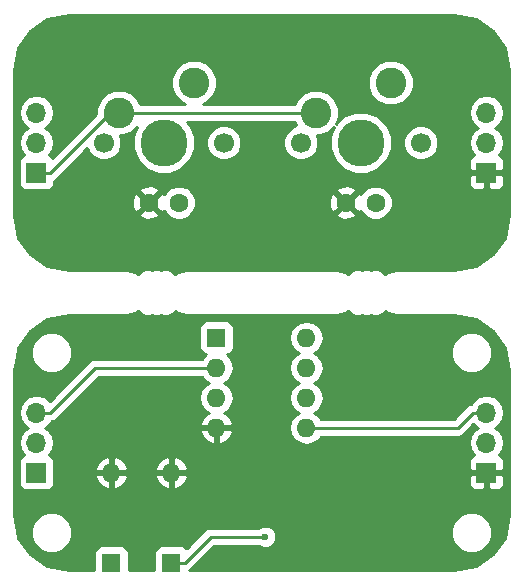
<source format=gbl>
G04 #@! TF.FileFunction,Copper,L2,Bot,Signal*
%FSLAX46Y46*%
G04 Gerber Fmt 4.6, Leading zero omitted, Abs format (unit mm)*
G04 Created by KiCad (PCBNEW 4.0.6) date 01/19/18 19:38:46*
%MOMM*%
%LPD*%
G01*
G04 APERTURE LIST*
%ADD10C,0.020000*%
%ADD11C,1.600200*%
%ADD12C,3.980180*%
%ADD13C,2.600000*%
%ADD14C,1.699260*%
%ADD15R,1.600000X1.600000*%
%ADD16O,1.600000X1.600000*%
%ADD17R,1.700000X1.700000*%
%ADD18O,1.700000X1.700000*%
%ADD19C,0.600000*%
%ADD20C,0.250000*%
%ADD21C,0.254000*%
G04 APERTURE END LIST*
D10*
D11*
X26035000Y-33020000D03*
X28575000Y-33020000D03*
D12*
X27305000Y-27940000D03*
D13*
X29845000Y-22860000D03*
X23495000Y-25400000D03*
D14*
X22225000Y-27940000D03*
X32385000Y-27940000D03*
D15*
X22860000Y-63500000D03*
D16*
X22860000Y-55880000D03*
D15*
X27940000Y-63500000D03*
D16*
X27940000Y-55880000D03*
D11*
X42703800Y-33020000D03*
X45243800Y-33020000D03*
D12*
X43973800Y-27940000D03*
D13*
X46513800Y-22860000D03*
X40163800Y-25400000D03*
D14*
X38893800Y-27940000D03*
X49053800Y-27940000D03*
D15*
X31750000Y-44450000D03*
D16*
X39370000Y-52070000D03*
X31750000Y-46990000D03*
X39370000Y-49530000D03*
X31750000Y-49530000D03*
X39370000Y-46990000D03*
X31750000Y-52070000D03*
X39370000Y-44450000D03*
D17*
X54610000Y-55880000D03*
D18*
X54610000Y-53340000D03*
X54610000Y-50800000D03*
D17*
X16510000Y-55880000D03*
D18*
X16510000Y-53340000D03*
X16510000Y-50800000D03*
D17*
X54610000Y-30480000D03*
D18*
X54610000Y-27940000D03*
X54610000Y-25400000D03*
D17*
X16510000Y-30480000D03*
D18*
X16510000Y-27940000D03*
X16510000Y-25400000D03*
D19*
X35897500Y-61304700D03*
D20*
X31260600Y-61304700D02*
X29065300Y-63500000D01*
X35897500Y-61304700D02*
X31260600Y-61304700D01*
X27940000Y-63500000D02*
X29065300Y-63500000D01*
X21495300Y-46990000D02*
X31750000Y-46990000D01*
X17685300Y-50800000D02*
X21495300Y-46990000D01*
X16510000Y-50800000D02*
X17685300Y-50800000D01*
X52164700Y-52070000D02*
X39370000Y-52070000D01*
X53434700Y-50800000D02*
X52164700Y-52070000D01*
X54610000Y-50800000D02*
X53434700Y-50800000D01*
X22765300Y-25400000D02*
X23495000Y-25400000D01*
X17685300Y-30480000D02*
X22765300Y-25400000D01*
X16510000Y-30480000D02*
X17685300Y-30480000D01*
X40163800Y-25400000D02*
X23495000Y-25400000D01*
D21*
G36*
X46260988Y-42399991D02*
X46990000Y-42545000D01*
X51882374Y-42545000D01*
X53756745Y-42917836D01*
X55186700Y-43873301D01*
X56142164Y-45303253D01*
X56515000Y-47177626D01*
X56515000Y-59502374D01*
X56142164Y-61376747D01*
X55186700Y-62806699D01*
X53756745Y-63762164D01*
X51882374Y-64135000D01*
X29456633Y-64135000D01*
X29602701Y-64037401D01*
X31575402Y-62064700D01*
X35335037Y-62064700D01*
X35367173Y-62096892D01*
X35710701Y-62239538D01*
X36082667Y-62239862D01*
X36426443Y-62097817D01*
X36689692Y-61835027D01*
X36832338Y-61491499D01*
X36832501Y-61303599D01*
X51604699Y-61303599D01*
X51868281Y-61941515D01*
X52355918Y-62430004D01*
X52993373Y-62694699D01*
X53683599Y-62695301D01*
X54321515Y-62431719D01*
X54810004Y-61944082D01*
X55074699Y-61306627D01*
X55075301Y-60616401D01*
X54811719Y-59978485D01*
X54324082Y-59489996D01*
X53686627Y-59225301D01*
X52996401Y-59224699D01*
X52358485Y-59488281D01*
X51869996Y-59975918D01*
X51605301Y-60613373D01*
X51604699Y-61303599D01*
X36832501Y-61303599D01*
X36832662Y-61119533D01*
X36690617Y-60775757D01*
X36427827Y-60512508D01*
X36084299Y-60369862D01*
X35712333Y-60369538D01*
X35368557Y-60511583D01*
X35335382Y-60544700D01*
X31260600Y-60544700D01*
X30969761Y-60602552D01*
X30723199Y-60767299D01*
X29218909Y-62271589D01*
X29204090Y-62248559D01*
X28991890Y-62103569D01*
X28740000Y-62052560D01*
X27140000Y-62052560D01*
X26904683Y-62096838D01*
X26688559Y-62235910D01*
X26543569Y-62448110D01*
X26492560Y-62700000D01*
X26492560Y-64135000D01*
X24307440Y-64135000D01*
X24307440Y-62700000D01*
X24263162Y-62464683D01*
X24124090Y-62248559D01*
X23911890Y-62103569D01*
X23660000Y-62052560D01*
X22060000Y-62052560D01*
X21824683Y-62096838D01*
X21608559Y-62235910D01*
X21463569Y-62448110D01*
X21412560Y-62700000D01*
X21412560Y-64135000D01*
X19237626Y-64135000D01*
X17363253Y-63762164D01*
X15933301Y-62806700D01*
X14977836Y-61376745D01*
X14963287Y-61303599D01*
X16044699Y-61303599D01*
X16308281Y-61941515D01*
X16795918Y-62430004D01*
X17433373Y-62694699D01*
X18123599Y-62695301D01*
X18761515Y-62431719D01*
X19250004Y-61944082D01*
X19514699Y-61306627D01*
X19515301Y-60616401D01*
X19251719Y-59978485D01*
X18764082Y-59489996D01*
X18126627Y-59225301D01*
X17436401Y-59224699D01*
X16798485Y-59488281D01*
X16309996Y-59975918D01*
X16045301Y-60613373D01*
X16044699Y-61303599D01*
X14963287Y-61303599D01*
X14605000Y-59502374D01*
X14605000Y-50800000D01*
X14995907Y-50800000D01*
X15108946Y-51368285D01*
X15430853Y-51850054D01*
X15760026Y-52070000D01*
X15430853Y-52289946D01*
X15108946Y-52771715D01*
X14995907Y-53340000D01*
X15108946Y-53908285D01*
X15430853Y-54390054D01*
X15472452Y-54417850D01*
X15424683Y-54426838D01*
X15208559Y-54565910D01*
X15063569Y-54778110D01*
X15012560Y-55030000D01*
X15012560Y-56730000D01*
X15056838Y-56965317D01*
X15195910Y-57181441D01*
X15408110Y-57326431D01*
X15660000Y-57377440D01*
X17360000Y-57377440D01*
X17595317Y-57333162D01*
X17811441Y-57194090D01*
X17956431Y-56981890D01*
X18007440Y-56730000D01*
X18007440Y-56229041D01*
X21468086Y-56229041D01*
X21707611Y-56735134D01*
X22122577Y-57111041D01*
X22510961Y-57271904D01*
X22733000Y-57149915D01*
X22733000Y-56007000D01*
X22987000Y-56007000D01*
X22987000Y-57149915D01*
X23209039Y-57271904D01*
X23597423Y-57111041D01*
X24012389Y-56735134D01*
X24251914Y-56229041D01*
X26548086Y-56229041D01*
X26787611Y-56735134D01*
X27202577Y-57111041D01*
X27590961Y-57271904D01*
X27813000Y-57149915D01*
X27813000Y-56007000D01*
X28067000Y-56007000D01*
X28067000Y-57149915D01*
X28289039Y-57271904D01*
X28677423Y-57111041D01*
X29092389Y-56735134D01*
X29331914Y-56229041D01*
X29297343Y-56165750D01*
X53125000Y-56165750D01*
X53125000Y-56856310D01*
X53221673Y-57089699D01*
X53400302Y-57268327D01*
X53633691Y-57365000D01*
X54324250Y-57365000D01*
X54483000Y-57206250D01*
X54483000Y-56007000D01*
X54737000Y-56007000D01*
X54737000Y-57206250D01*
X54895750Y-57365000D01*
X55586309Y-57365000D01*
X55819698Y-57268327D01*
X55998327Y-57089699D01*
X56095000Y-56856310D01*
X56095000Y-56165750D01*
X55936250Y-56007000D01*
X54737000Y-56007000D01*
X54483000Y-56007000D01*
X53283750Y-56007000D01*
X53125000Y-56165750D01*
X29297343Y-56165750D01*
X29210629Y-56007000D01*
X28067000Y-56007000D01*
X27813000Y-56007000D01*
X26669371Y-56007000D01*
X26548086Y-56229041D01*
X24251914Y-56229041D01*
X24130629Y-56007000D01*
X22987000Y-56007000D01*
X22733000Y-56007000D01*
X21589371Y-56007000D01*
X21468086Y-56229041D01*
X18007440Y-56229041D01*
X18007440Y-55530959D01*
X21468086Y-55530959D01*
X21589371Y-55753000D01*
X22733000Y-55753000D01*
X22733000Y-54610085D01*
X22987000Y-54610085D01*
X22987000Y-55753000D01*
X24130629Y-55753000D01*
X24251914Y-55530959D01*
X26548086Y-55530959D01*
X26669371Y-55753000D01*
X27813000Y-55753000D01*
X27813000Y-54610085D01*
X28067000Y-54610085D01*
X28067000Y-55753000D01*
X29210629Y-55753000D01*
X29331914Y-55530959D01*
X29092389Y-55024866D01*
X28677423Y-54648959D01*
X28289039Y-54488096D01*
X28067000Y-54610085D01*
X27813000Y-54610085D01*
X27590961Y-54488096D01*
X27202577Y-54648959D01*
X26787611Y-55024866D01*
X26548086Y-55530959D01*
X24251914Y-55530959D01*
X24012389Y-55024866D01*
X23597423Y-54648959D01*
X23209039Y-54488096D01*
X22987000Y-54610085D01*
X22733000Y-54610085D01*
X22510961Y-54488096D01*
X22122577Y-54648959D01*
X21707611Y-55024866D01*
X21468086Y-55530959D01*
X18007440Y-55530959D01*
X18007440Y-55030000D01*
X17963162Y-54794683D01*
X17824090Y-54578559D01*
X17611890Y-54433569D01*
X17544459Y-54419914D01*
X17589147Y-54390054D01*
X17911054Y-53908285D01*
X18024093Y-53340000D01*
X17911054Y-52771715D01*
X17675404Y-52419039D01*
X30358096Y-52419039D01*
X30518959Y-52807423D01*
X30894866Y-53222389D01*
X31400959Y-53461914D01*
X31623000Y-53340629D01*
X31623000Y-52197000D01*
X31877000Y-52197000D01*
X31877000Y-53340629D01*
X32099041Y-53461914D01*
X32605134Y-53222389D01*
X32981041Y-52807423D01*
X33141904Y-52419039D01*
X33019915Y-52197000D01*
X31877000Y-52197000D01*
X31623000Y-52197000D01*
X30480085Y-52197000D01*
X30358096Y-52419039D01*
X17675404Y-52419039D01*
X17589147Y-52289946D01*
X17259974Y-52070000D01*
X17589147Y-51850054D01*
X17797923Y-51537598D01*
X17976139Y-51502148D01*
X18222701Y-51337401D01*
X21810102Y-47750000D01*
X30537005Y-47750000D01*
X30707189Y-48004698D01*
X31089275Y-48260000D01*
X30707189Y-48515302D01*
X30396120Y-48980849D01*
X30286887Y-49530000D01*
X30396120Y-50079151D01*
X30707189Y-50544698D01*
X31111703Y-50814986D01*
X30894866Y-50917611D01*
X30518959Y-51332577D01*
X30358096Y-51720961D01*
X30480085Y-51943000D01*
X31623000Y-51943000D01*
X31623000Y-51923000D01*
X31877000Y-51923000D01*
X31877000Y-51943000D01*
X33019915Y-51943000D01*
X33141904Y-51720961D01*
X32981041Y-51332577D01*
X32605134Y-50917611D01*
X32388297Y-50814986D01*
X32792811Y-50544698D01*
X33103880Y-50079151D01*
X33213113Y-49530000D01*
X33103880Y-48980849D01*
X32792811Y-48515302D01*
X32410725Y-48260000D01*
X32792811Y-48004698D01*
X33103880Y-47539151D01*
X33213113Y-46990000D01*
X33103880Y-46440849D01*
X32792811Y-45975302D01*
X32648535Y-45878899D01*
X32785317Y-45853162D01*
X33001441Y-45714090D01*
X33146431Y-45501890D01*
X33197440Y-45250000D01*
X33197440Y-44450000D01*
X37906887Y-44450000D01*
X38016120Y-44999151D01*
X38327189Y-45464698D01*
X38709275Y-45720000D01*
X38327189Y-45975302D01*
X38016120Y-46440849D01*
X37906887Y-46990000D01*
X38016120Y-47539151D01*
X38327189Y-48004698D01*
X38709275Y-48260000D01*
X38327189Y-48515302D01*
X38016120Y-48980849D01*
X37906887Y-49530000D01*
X38016120Y-50079151D01*
X38327189Y-50544698D01*
X38709275Y-50800000D01*
X38327189Y-51055302D01*
X38016120Y-51520849D01*
X37906887Y-52070000D01*
X38016120Y-52619151D01*
X38327189Y-53084698D01*
X38792736Y-53395767D01*
X39341887Y-53505000D01*
X39398113Y-53505000D01*
X39947264Y-53395767D01*
X40412811Y-53084698D01*
X40582995Y-52830000D01*
X52164700Y-52830000D01*
X52455539Y-52772148D01*
X52702101Y-52607401D01*
X53502252Y-51807250D01*
X53530853Y-51850054D01*
X53860026Y-52070000D01*
X53530853Y-52289946D01*
X53208946Y-52771715D01*
X53095907Y-53340000D01*
X53208946Y-53908285D01*
X53530853Y-54390054D01*
X53574777Y-54419403D01*
X53400302Y-54491673D01*
X53221673Y-54670301D01*
X53125000Y-54903690D01*
X53125000Y-55594250D01*
X53283750Y-55753000D01*
X54483000Y-55753000D01*
X54483000Y-55733000D01*
X54737000Y-55733000D01*
X54737000Y-55753000D01*
X55936250Y-55753000D01*
X56095000Y-55594250D01*
X56095000Y-54903690D01*
X55998327Y-54670301D01*
X55819698Y-54491673D01*
X55645223Y-54419403D01*
X55689147Y-54390054D01*
X56011054Y-53908285D01*
X56124093Y-53340000D01*
X56011054Y-52771715D01*
X55689147Y-52289946D01*
X55359974Y-52070000D01*
X55689147Y-51850054D01*
X56011054Y-51368285D01*
X56124093Y-50800000D01*
X56011054Y-50231715D01*
X55689147Y-49749946D01*
X55207378Y-49428039D01*
X54639093Y-49315000D01*
X54580907Y-49315000D01*
X54012622Y-49428039D01*
X53530853Y-49749946D01*
X53322077Y-50062402D01*
X53143860Y-50097852D01*
X52897299Y-50262599D01*
X51849898Y-51310000D01*
X40582995Y-51310000D01*
X40412811Y-51055302D01*
X40030725Y-50800000D01*
X40412811Y-50544698D01*
X40723880Y-50079151D01*
X40833113Y-49530000D01*
X40723880Y-48980849D01*
X40412811Y-48515302D01*
X40030725Y-48260000D01*
X40412811Y-48004698D01*
X40723880Y-47539151D01*
X40833113Y-46990000D01*
X40723880Y-46440849D01*
X40471810Y-46063599D01*
X51604699Y-46063599D01*
X51868281Y-46701515D01*
X52355918Y-47190004D01*
X52993373Y-47454699D01*
X53683599Y-47455301D01*
X54321515Y-47191719D01*
X54810004Y-46704082D01*
X55074699Y-46066627D01*
X55075301Y-45376401D01*
X54811719Y-44738485D01*
X54324082Y-44249996D01*
X53686627Y-43985301D01*
X52996401Y-43984699D01*
X52358485Y-44248281D01*
X51869996Y-44735918D01*
X51605301Y-45373373D01*
X51604699Y-46063599D01*
X40471810Y-46063599D01*
X40412811Y-45975302D01*
X40030725Y-45720000D01*
X40412811Y-45464698D01*
X40723880Y-44999151D01*
X40833113Y-44450000D01*
X40723880Y-43900849D01*
X40412811Y-43435302D01*
X39947264Y-43124233D01*
X39398113Y-43015000D01*
X39341887Y-43015000D01*
X38792736Y-43124233D01*
X38327189Y-43435302D01*
X38016120Y-43900849D01*
X37906887Y-44450000D01*
X33197440Y-44450000D01*
X33197440Y-43650000D01*
X33153162Y-43414683D01*
X33014090Y-43198559D01*
X32801890Y-43053569D01*
X32550000Y-43002560D01*
X30950000Y-43002560D01*
X30714683Y-43046838D01*
X30498559Y-43185910D01*
X30353569Y-43398110D01*
X30302560Y-43650000D01*
X30302560Y-45250000D01*
X30346838Y-45485317D01*
X30485910Y-45701441D01*
X30698110Y-45846431D01*
X30853089Y-45877815D01*
X30707189Y-45975302D01*
X30537005Y-46230000D01*
X21495300Y-46230000D01*
X21204461Y-46287852D01*
X20957899Y-46452599D01*
X17617748Y-49792750D01*
X17589147Y-49749946D01*
X17107378Y-49428039D01*
X16539093Y-49315000D01*
X16480907Y-49315000D01*
X15912622Y-49428039D01*
X15430853Y-49749946D01*
X15108946Y-50231715D01*
X14995907Y-50800000D01*
X14605000Y-50800000D01*
X14605000Y-47177626D01*
X14826594Y-46063599D01*
X16044699Y-46063599D01*
X16308281Y-46701515D01*
X16795918Y-47190004D01*
X17433373Y-47454699D01*
X18123599Y-47455301D01*
X18761515Y-47191719D01*
X19250004Y-46704082D01*
X19514699Y-46066627D01*
X19515301Y-45376401D01*
X19251719Y-44738485D01*
X18764082Y-44249996D01*
X18126627Y-43985301D01*
X17436401Y-43984699D01*
X16798485Y-44248281D01*
X16309996Y-44735918D01*
X16045301Y-45373373D01*
X16044699Y-46063599D01*
X14826594Y-46063599D01*
X14977836Y-45303255D01*
X15933301Y-43873300D01*
X17363253Y-42917836D01*
X19237626Y-42545000D01*
X24130000Y-42545000D01*
X24859012Y-42399991D01*
X25114574Y-42229229D01*
X25119296Y-42240657D01*
X25368033Y-42489829D01*
X25693190Y-42624846D01*
X26045265Y-42625153D01*
X26270151Y-42532232D01*
X26493190Y-42624846D01*
X26845265Y-42625153D01*
X27070151Y-42532232D01*
X27293190Y-42624846D01*
X27645265Y-42625153D01*
X27970657Y-42490704D01*
X28219829Y-42241967D01*
X28225185Y-42229068D01*
X28480988Y-42399991D01*
X29210000Y-42545000D01*
X41910000Y-42545000D01*
X42639012Y-42399991D01*
X42894574Y-42229229D01*
X42899296Y-42240657D01*
X43148033Y-42489829D01*
X43473190Y-42624846D01*
X43825265Y-42625153D01*
X44050151Y-42532232D01*
X44273190Y-42624846D01*
X44625265Y-42625153D01*
X44850151Y-42532232D01*
X45073190Y-42624846D01*
X45425265Y-42625153D01*
X45750657Y-42490704D01*
X45999829Y-42241967D01*
X46005185Y-42229068D01*
X46260988Y-42399991D01*
X46260988Y-42399991D01*
G37*
X46260988Y-42399991D02*
X46990000Y-42545000D01*
X51882374Y-42545000D01*
X53756745Y-42917836D01*
X55186700Y-43873301D01*
X56142164Y-45303253D01*
X56515000Y-47177626D01*
X56515000Y-59502374D01*
X56142164Y-61376747D01*
X55186700Y-62806699D01*
X53756745Y-63762164D01*
X51882374Y-64135000D01*
X29456633Y-64135000D01*
X29602701Y-64037401D01*
X31575402Y-62064700D01*
X35335037Y-62064700D01*
X35367173Y-62096892D01*
X35710701Y-62239538D01*
X36082667Y-62239862D01*
X36426443Y-62097817D01*
X36689692Y-61835027D01*
X36832338Y-61491499D01*
X36832501Y-61303599D01*
X51604699Y-61303599D01*
X51868281Y-61941515D01*
X52355918Y-62430004D01*
X52993373Y-62694699D01*
X53683599Y-62695301D01*
X54321515Y-62431719D01*
X54810004Y-61944082D01*
X55074699Y-61306627D01*
X55075301Y-60616401D01*
X54811719Y-59978485D01*
X54324082Y-59489996D01*
X53686627Y-59225301D01*
X52996401Y-59224699D01*
X52358485Y-59488281D01*
X51869996Y-59975918D01*
X51605301Y-60613373D01*
X51604699Y-61303599D01*
X36832501Y-61303599D01*
X36832662Y-61119533D01*
X36690617Y-60775757D01*
X36427827Y-60512508D01*
X36084299Y-60369862D01*
X35712333Y-60369538D01*
X35368557Y-60511583D01*
X35335382Y-60544700D01*
X31260600Y-60544700D01*
X30969761Y-60602552D01*
X30723199Y-60767299D01*
X29218909Y-62271589D01*
X29204090Y-62248559D01*
X28991890Y-62103569D01*
X28740000Y-62052560D01*
X27140000Y-62052560D01*
X26904683Y-62096838D01*
X26688559Y-62235910D01*
X26543569Y-62448110D01*
X26492560Y-62700000D01*
X26492560Y-64135000D01*
X24307440Y-64135000D01*
X24307440Y-62700000D01*
X24263162Y-62464683D01*
X24124090Y-62248559D01*
X23911890Y-62103569D01*
X23660000Y-62052560D01*
X22060000Y-62052560D01*
X21824683Y-62096838D01*
X21608559Y-62235910D01*
X21463569Y-62448110D01*
X21412560Y-62700000D01*
X21412560Y-64135000D01*
X19237626Y-64135000D01*
X17363253Y-63762164D01*
X15933301Y-62806700D01*
X14977836Y-61376745D01*
X14963287Y-61303599D01*
X16044699Y-61303599D01*
X16308281Y-61941515D01*
X16795918Y-62430004D01*
X17433373Y-62694699D01*
X18123599Y-62695301D01*
X18761515Y-62431719D01*
X19250004Y-61944082D01*
X19514699Y-61306627D01*
X19515301Y-60616401D01*
X19251719Y-59978485D01*
X18764082Y-59489996D01*
X18126627Y-59225301D01*
X17436401Y-59224699D01*
X16798485Y-59488281D01*
X16309996Y-59975918D01*
X16045301Y-60613373D01*
X16044699Y-61303599D01*
X14963287Y-61303599D01*
X14605000Y-59502374D01*
X14605000Y-50800000D01*
X14995907Y-50800000D01*
X15108946Y-51368285D01*
X15430853Y-51850054D01*
X15760026Y-52070000D01*
X15430853Y-52289946D01*
X15108946Y-52771715D01*
X14995907Y-53340000D01*
X15108946Y-53908285D01*
X15430853Y-54390054D01*
X15472452Y-54417850D01*
X15424683Y-54426838D01*
X15208559Y-54565910D01*
X15063569Y-54778110D01*
X15012560Y-55030000D01*
X15012560Y-56730000D01*
X15056838Y-56965317D01*
X15195910Y-57181441D01*
X15408110Y-57326431D01*
X15660000Y-57377440D01*
X17360000Y-57377440D01*
X17595317Y-57333162D01*
X17811441Y-57194090D01*
X17956431Y-56981890D01*
X18007440Y-56730000D01*
X18007440Y-56229041D01*
X21468086Y-56229041D01*
X21707611Y-56735134D01*
X22122577Y-57111041D01*
X22510961Y-57271904D01*
X22733000Y-57149915D01*
X22733000Y-56007000D01*
X22987000Y-56007000D01*
X22987000Y-57149915D01*
X23209039Y-57271904D01*
X23597423Y-57111041D01*
X24012389Y-56735134D01*
X24251914Y-56229041D01*
X26548086Y-56229041D01*
X26787611Y-56735134D01*
X27202577Y-57111041D01*
X27590961Y-57271904D01*
X27813000Y-57149915D01*
X27813000Y-56007000D01*
X28067000Y-56007000D01*
X28067000Y-57149915D01*
X28289039Y-57271904D01*
X28677423Y-57111041D01*
X29092389Y-56735134D01*
X29331914Y-56229041D01*
X29297343Y-56165750D01*
X53125000Y-56165750D01*
X53125000Y-56856310D01*
X53221673Y-57089699D01*
X53400302Y-57268327D01*
X53633691Y-57365000D01*
X54324250Y-57365000D01*
X54483000Y-57206250D01*
X54483000Y-56007000D01*
X54737000Y-56007000D01*
X54737000Y-57206250D01*
X54895750Y-57365000D01*
X55586309Y-57365000D01*
X55819698Y-57268327D01*
X55998327Y-57089699D01*
X56095000Y-56856310D01*
X56095000Y-56165750D01*
X55936250Y-56007000D01*
X54737000Y-56007000D01*
X54483000Y-56007000D01*
X53283750Y-56007000D01*
X53125000Y-56165750D01*
X29297343Y-56165750D01*
X29210629Y-56007000D01*
X28067000Y-56007000D01*
X27813000Y-56007000D01*
X26669371Y-56007000D01*
X26548086Y-56229041D01*
X24251914Y-56229041D01*
X24130629Y-56007000D01*
X22987000Y-56007000D01*
X22733000Y-56007000D01*
X21589371Y-56007000D01*
X21468086Y-56229041D01*
X18007440Y-56229041D01*
X18007440Y-55530959D01*
X21468086Y-55530959D01*
X21589371Y-55753000D01*
X22733000Y-55753000D01*
X22733000Y-54610085D01*
X22987000Y-54610085D01*
X22987000Y-55753000D01*
X24130629Y-55753000D01*
X24251914Y-55530959D01*
X26548086Y-55530959D01*
X26669371Y-55753000D01*
X27813000Y-55753000D01*
X27813000Y-54610085D01*
X28067000Y-54610085D01*
X28067000Y-55753000D01*
X29210629Y-55753000D01*
X29331914Y-55530959D01*
X29092389Y-55024866D01*
X28677423Y-54648959D01*
X28289039Y-54488096D01*
X28067000Y-54610085D01*
X27813000Y-54610085D01*
X27590961Y-54488096D01*
X27202577Y-54648959D01*
X26787611Y-55024866D01*
X26548086Y-55530959D01*
X24251914Y-55530959D01*
X24012389Y-55024866D01*
X23597423Y-54648959D01*
X23209039Y-54488096D01*
X22987000Y-54610085D01*
X22733000Y-54610085D01*
X22510961Y-54488096D01*
X22122577Y-54648959D01*
X21707611Y-55024866D01*
X21468086Y-55530959D01*
X18007440Y-55530959D01*
X18007440Y-55030000D01*
X17963162Y-54794683D01*
X17824090Y-54578559D01*
X17611890Y-54433569D01*
X17544459Y-54419914D01*
X17589147Y-54390054D01*
X17911054Y-53908285D01*
X18024093Y-53340000D01*
X17911054Y-52771715D01*
X17675404Y-52419039D01*
X30358096Y-52419039D01*
X30518959Y-52807423D01*
X30894866Y-53222389D01*
X31400959Y-53461914D01*
X31623000Y-53340629D01*
X31623000Y-52197000D01*
X31877000Y-52197000D01*
X31877000Y-53340629D01*
X32099041Y-53461914D01*
X32605134Y-53222389D01*
X32981041Y-52807423D01*
X33141904Y-52419039D01*
X33019915Y-52197000D01*
X31877000Y-52197000D01*
X31623000Y-52197000D01*
X30480085Y-52197000D01*
X30358096Y-52419039D01*
X17675404Y-52419039D01*
X17589147Y-52289946D01*
X17259974Y-52070000D01*
X17589147Y-51850054D01*
X17797923Y-51537598D01*
X17976139Y-51502148D01*
X18222701Y-51337401D01*
X21810102Y-47750000D01*
X30537005Y-47750000D01*
X30707189Y-48004698D01*
X31089275Y-48260000D01*
X30707189Y-48515302D01*
X30396120Y-48980849D01*
X30286887Y-49530000D01*
X30396120Y-50079151D01*
X30707189Y-50544698D01*
X31111703Y-50814986D01*
X30894866Y-50917611D01*
X30518959Y-51332577D01*
X30358096Y-51720961D01*
X30480085Y-51943000D01*
X31623000Y-51943000D01*
X31623000Y-51923000D01*
X31877000Y-51923000D01*
X31877000Y-51943000D01*
X33019915Y-51943000D01*
X33141904Y-51720961D01*
X32981041Y-51332577D01*
X32605134Y-50917611D01*
X32388297Y-50814986D01*
X32792811Y-50544698D01*
X33103880Y-50079151D01*
X33213113Y-49530000D01*
X33103880Y-48980849D01*
X32792811Y-48515302D01*
X32410725Y-48260000D01*
X32792811Y-48004698D01*
X33103880Y-47539151D01*
X33213113Y-46990000D01*
X33103880Y-46440849D01*
X32792811Y-45975302D01*
X32648535Y-45878899D01*
X32785317Y-45853162D01*
X33001441Y-45714090D01*
X33146431Y-45501890D01*
X33197440Y-45250000D01*
X33197440Y-44450000D01*
X37906887Y-44450000D01*
X38016120Y-44999151D01*
X38327189Y-45464698D01*
X38709275Y-45720000D01*
X38327189Y-45975302D01*
X38016120Y-46440849D01*
X37906887Y-46990000D01*
X38016120Y-47539151D01*
X38327189Y-48004698D01*
X38709275Y-48260000D01*
X38327189Y-48515302D01*
X38016120Y-48980849D01*
X37906887Y-49530000D01*
X38016120Y-50079151D01*
X38327189Y-50544698D01*
X38709275Y-50800000D01*
X38327189Y-51055302D01*
X38016120Y-51520849D01*
X37906887Y-52070000D01*
X38016120Y-52619151D01*
X38327189Y-53084698D01*
X38792736Y-53395767D01*
X39341887Y-53505000D01*
X39398113Y-53505000D01*
X39947264Y-53395767D01*
X40412811Y-53084698D01*
X40582995Y-52830000D01*
X52164700Y-52830000D01*
X52455539Y-52772148D01*
X52702101Y-52607401D01*
X53502252Y-51807250D01*
X53530853Y-51850054D01*
X53860026Y-52070000D01*
X53530853Y-52289946D01*
X53208946Y-52771715D01*
X53095907Y-53340000D01*
X53208946Y-53908285D01*
X53530853Y-54390054D01*
X53574777Y-54419403D01*
X53400302Y-54491673D01*
X53221673Y-54670301D01*
X53125000Y-54903690D01*
X53125000Y-55594250D01*
X53283750Y-55753000D01*
X54483000Y-55753000D01*
X54483000Y-55733000D01*
X54737000Y-55733000D01*
X54737000Y-55753000D01*
X55936250Y-55753000D01*
X56095000Y-55594250D01*
X56095000Y-54903690D01*
X55998327Y-54670301D01*
X55819698Y-54491673D01*
X55645223Y-54419403D01*
X55689147Y-54390054D01*
X56011054Y-53908285D01*
X56124093Y-53340000D01*
X56011054Y-52771715D01*
X55689147Y-52289946D01*
X55359974Y-52070000D01*
X55689147Y-51850054D01*
X56011054Y-51368285D01*
X56124093Y-50800000D01*
X56011054Y-50231715D01*
X55689147Y-49749946D01*
X55207378Y-49428039D01*
X54639093Y-49315000D01*
X54580907Y-49315000D01*
X54012622Y-49428039D01*
X53530853Y-49749946D01*
X53322077Y-50062402D01*
X53143860Y-50097852D01*
X52897299Y-50262599D01*
X51849898Y-51310000D01*
X40582995Y-51310000D01*
X40412811Y-51055302D01*
X40030725Y-50800000D01*
X40412811Y-50544698D01*
X40723880Y-50079151D01*
X40833113Y-49530000D01*
X40723880Y-48980849D01*
X40412811Y-48515302D01*
X40030725Y-48260000D01*
X40412811Y-48004698D01*
X40723880Y-47539151D01*
X40833113Y-46990000D01*
X40723880Y-46440849D01*
X40471810Y-46063599D01*
X51604699Y-46063599D01*
X51868281Y-46701515D01*
X52355918Y-47190004D01*
X52993373Y-47454699D01*
X53683599Y-47455301D01*
X54321515Y-47191719D01*
X54810004Y-46704082D01*
X55074699Y-46066627D01*
X55075301Y-45376401D01*
X54811719Y-44738485D01*
X54324082Y-44249996D01*
X53686627Y-43985301D01*
X52996401Y-43984699D01*
X52358485Y-44248281D01*
X51869996Y-44735918D01*
X51605301Y-45373373D01*
X51604699Y-46063599D01*
X40471810Y-46063599D01*
X40412811Y-45975302D01*
X40030725Y-45720000D01*
X40412811Y-45464698D01*
X40723880Y-44999151D01*
X40833113Y-44450000D01*
X40723880Y-43900849D01*
X40412811Y-43435302D01*
X39947264Y-43124233D01*
X39398113Y-43015000D01*
X39341887Y-43015000D01*
X38792736Y-43124233D01*
X38327189Y-43435302D01*
X38016120Y-43900849D01*
X37906887Y-44450000D01*
X33197440Y-44450000D01*
X33197440Y-43650000D01*
X33153162Y-43414683D01*
X33014090Y-43198559D01*
X32801890Y-43053569D01*
X32550000Y-43002560D01*
X30950000Y-43002560D01*
X30714683Y-43046838D01*
X30498559Y-43185910D01*
X30353569Y-43398110D01*
X30302560Y-43650000D01*
X30302560Y-45250000D01*
X30346838Y-45485317D01*
X30485910Y-45701441D01*
X30698110Y-45846431D01*
X30853089Y-45877815D01*
X30707189Y-45975302D01*
X30537005Y-46230000D01*
X21495300Y-46230000D01*
X21204461Y-46287852D01*
X20957899Y-46452599D01*
X17617748Y-49792750D01*
X17589147Y-49749946D01*
X17107378Y-49428039D01*
X16539093Y-49315000D01*
X16480907Y-49315000D01*
X15912622Y-49428039D01*
X15430853Y-49749946D01*
X15108946Y-50231715D01*
X14995907Y-50800000D01*
X14605000Y-50800000D01*
X14605000Y-47177626D01*
X14826594Y-46063599D01*
X16044699Y-46063599D01*
X16308281Y-46701515D01*
X16795918Y-47190004D01*
X17433373Y-47454699D01*
X18123599Y-47455301D01*
X18761515Y-47191719D01*
X19250004Y-46704082D01*
X19514699Y-46066627D01*
X19515301Y-45376401D01*
X19251719Y-44738485D01*
X18764082Y-44249996D01*
X18126627Y-43985301D01*
X17436401Y-43984699D01*
X16798485Y-44248281D01*
X16309996Y-44735918D01*
X16045301Y-45373373D01*
X16044699Y-46063599D01*
X14826594Y-46063599D01*
X14977836Y-45303255D01*
X15933301Y-43873300D01*
X17363253Y-42917836D01*
X19237626Y-42545000D01*
X24130000Y-42545000D01*
X24859012Y-42399991D01*
X25114574Y-42229229D01*
X25119296Y-42240657D01*
X25368033Y-42489829D01*
X25693190Y-42624846D01*
X26045265Y-42625153D01*
X26270151Y-42532232D01*
X26493190Y-42624846D01*
X26845265Y-42625153D01*
X27070151Y-42532232D01*
X27293190Y-42624846D01*
X27645265Y-42625153D01*
X27970657Y-42490704D01*
X28219829Y-42241967D01*
X28225185Y-42229068D01*
X28480988Y-42399991D01*
X29210000Y-42545000D01*
X41910000Y-42545000D01*
X42639012Y-42399991D01*
X42894574Y-42229229D01*
X42899296Y-42240657D01*
X43148033Y-42489829D01*
X43473190Y-42624846D01*
X43825265Y-42625153D01*
X44050151Y-42532232D01*
X44273190Y-42624846D01*
X44625265Y-42625153D01*
X44850151Y-42532232D01*
X45073190Y-42624846D01*
X45425265Y-42625153D01*
X45750657Y-42490704D01*
X45999829Y-42241967D01*
X46005185Y-42229068D01*
X46260988Y-42399991D01*
G36*
X53756745Y-17517836D02*
X55186700Y-18473301D01*
X56142164Y-19903253D01*
X56515000Y-21777626D01*
X56515000Y-34102374D01*
X56142164Y-35976747D01*
X55186700Y-37406699D01*
X53756745Y-38362164D01*
X51882374Y-38735000D01*
X46990000Y-38735000D01*
X46260988Y-38880009D01*
X46005426Y-39050771D01*
X46000704Y-39039343D01*
X45751967Y-38790171D01*
X45426810Y-38655154D01*
X45074735Y-38654847D01*
X44849849Y-38747768D01*
X44626810Y-38655154D01*
X44274735Y-38654847D01*
X44049849Y-38747768D01*
X43826810Y-38655154D01*
X43474735Y-38654847D01*
X43149343Y-38789296D01*
X42900171Y-39038033D01*
X42894815Y-39050932D01*
X42639012Y-38880009D01*
X41910000Y-38735000D01*
X29210000Y-38735000D01*
X28480988Y-38880009D01*
X28225426Y-39050771D01*
X28220704Y-39039343D01*
X27971967Y-38790171D01*
X27646810Y-38655154D01*
X27294735Y-38654847D01*
X27069849Y-38747768D01*
X26846810Y-38655154D01*
X26494735Y-38654847D01*
X26269849Y-38747768D01*
X26046810Y-38655154D01*
X25694735Y-38654847D01*
X25369343Y-38789296D01*
X25120171Y-39038033D01*
X25114815Y-39050932D01*
X24859012Y-38880009D01*
X24130000Y-38735000D01*
X19237626Y-38735000D01*
X17363253Y-38362164D01*
X15933301Y-37406700D01*
X14977836Y-35976745D01*
X14605000Y-34102374D01*
X14605000Y-34027817D01*
X25206788Y-34027817D01*
X25280935Y-34273947D01*
X25818200Y-34467064D01*
X26388470Y-34439879D01*
X26789065Y-34273947D01*
X26863212Y-34027817D01*
X26035000Y-33199605D01*
X25206788Y-34027817D01*
X14605000Y-34027817D01*
X14605000Y-32803200D01*
X24587936Y-32803200D01*
X24615121Y-33373470D01*
X24781053Y-33774065D01*
X25027183Y-33848212D01*
X25855395Y-33020000D01*
X26214605Y-33020000D01*
X27042817Y-33848212D01*
X27288947Y-33774065D01*
X27309810Y-33716022D01*
X27357672Y-33831857D01*
X27761020Y-34235909D01*
X28288289Y-34454850D01*
X28859207Y-34455348D01*
X29386857Y-34237328D01*
X29596733Y-34027817D01*
X41875588Y-34027817D01*
X41949735Y-34273947D01*
X42487000Y-34467064D01*
X43057270Y-34439879D01*
X43457865Y-34273947D01*
X43532012Y-34027817D01*
X42703800Y-33199605D01*
X41875588Y-34027817D01*
X29596733Y-34027817D01*
X29790909Y-33833980D01*
X30009850Y-33306711D01*
X30010289Y-32803200D01*
X41256736Y-32803200D01*
X41283921Y-33373470D01*
X41449853Y-33774065D01*
X41695983Y-33848212D01*
X42524195Y-33020000D01*
X42883405Y-33020000D01*
X43711617Y-33848212D01*
X43957747Y-33774065D01*
X43978610Y-33716022D01*
X44026472Y-33831857D01*
X44429820Y-34235909D01*
X44957089Y-34454850D01*
X45528007Y-34455348D01*
X46055657Y-34237328D01*
X46459709Y-33833980D01*
X46678650Y-33306711D01*
X46679148Y-32735793D01*
X46461128Y-32208143D01*
X46057780Y-31804091D01*
X45530511Y-31585150D01*
X44959593Y-31584652D01*
X44431943Y-31802672D01*
X44027891Y-32206020D01*
X43980352Y-32320507D01*
X43957747Y-32265935D01*
X43711617Y-32191788D01*
X42883405Y-33020000D01*
X42524195Y-33020000D01*
X41695983Y-32191788D01*
X41449853Y-32265935D01*
X41256736Y-32803200D01*
X30010289Y-32803200D01*
X30010348Y-32735793D01*
X29792328Y-32208143D01*
X29596710Y-32012183D01*
X41875588Y-32012183D01*
X42703800Y-32840395D01*
X43532012Y-32012183D01*
X43457865Y-31766053D01*
X42920600Y-31572936D01*
X42350330Y-31600121D01*
X41949735Y-31766053D01*
X41875588Y-32012183D01*
X29596710Y-32012183D01*
X29388980Y-31804091D01*
X28861711Y-31585150D01*
X28290793Y-31584652D01*
X27763143Y-31802672D01*
X27359091Y-32206020D01*
X27311552Y-32320507D01*
X27288947Y-32265935D01*
X27042817Y-32191788D01*
X26214605Y-33020000D01*
X25855395Y-33020000D01*
X25027183Y-32191788D01*
X24781053Y-32265935D01*
X24587936Y-32803200D01*
X14605000Y-32803200D01*
X14605000Y-32012183D01*
X25206788Y-32012183D01*
X26035000Y-32840395D01*
X26863212Y-32012183D01*
X26789065Y-31766053D01*
X26251800Y-31572936D01*
X25681530Y-31600121D01*
X25280935Y-31766053D01*
X25206788Y-32012183D01*
X14605000Y-32012183D01*
X14605000Y-25400000D01*
X14995907Y-25400000D01*
X15108946Y-25968285D01*
X15430853Y-26450054D01*
X15760026Y-26670000D01*
X15430853Y-26889946D01*
X15108946Y-27371715D01*
X14995907Y-27940000D01*
X15108946Y-28508285D01*
X15430853Y-28990054D01*
X15472452Y-29017850D01*
X15424683Y-29026838D01*
X15208559Y-29165910D01*
X15063569Y-29378110D01*
X15012560Y-29630000D01*
X15012560Y-31330000D01*
X15056838Y-31565317D01*
X15195910Y-31781441D01*
X15408110Y-31926431D01*
X15660000Y-31977440D01*
X17360000Y-31977440D01*
X17595317Y-31933162D01*
X17811441Y-31794090D01*
X17956431Y-31581890D01*
X18007440Y-31330000D01*
X18007440Y-31161233D01*
X18222701Y-31017401D01*
X18474352Y-30765750D01*
X53125000Y-30765750D01*
X53125000Y-31456310D01*
X53221673Y-31689699D01*
X53400302Y-31868327D01*
X53633691Y-31965000D01*
X54324250Y-31965000D01*
X54483000Y-31806250D01*
X54483000Y-30607000D01*
X54737000Y-30607000D01*
X54737000Y-31806250D01*
X54895750Y-31965000D01*
X55586309Y-31965000D01*
X55819698Y-31868327D01*
X55998327Y-31689699D01*
X56095000Y-31456310D01*
X56095000Y-30765750D01*
X55936250Y-30607000D01*
X54737000Y-30607000D01*
X54483000Y-30607000D01*
X53283750Y-30607000D01*
X53125000Y-30765750D01*
X18474352Y-30765750D01*
X20817878Y-28422224D01*
X20965658Y-28779877D01*
X21382926Y-29197874D01*
X21928393Y-29424372D01*
X22519016Y-29424888D01*
X23064877Y-29199342D01*
X23482874Y-28782074D01*
X23709372Y-28236607D01*
X23709888Y-27645984D01*
X23581423Y-27335076D01*
X23878207Y-27335335D01*
X24589658Y-27041370D01*
X25009956Y-26621805D01*
X24680366Y-27415546D01*
X24679455Y-28459872D01*
X25078259Y-29425052D01*
X25816064Y-30164146D01*
X26780546Y-30564634D01*
X27824872Y-30565545D01*
X28790052Y-30166741D01*
X29529146Y-29428936D01*
X29929634Y-28464454D01*
X29929835Y-28234016D01*
X30900112Y-28234016D01*
X31125658Y-28779877D01*
X31542926Y-29197874D01*
X32088393Y-29424372D01*
X32679016Y-29424888D01*
X33224877Y-29199342D01*
X33642874Y-28782074D01*
X33869372Y-28236607D01*
X33869888Y-27645984D01*
X33644342Y-27100123D01*
X33227074Y-26682126D01*
X32681607Y-26455628D01*
X32090984Y-26455112D01*
X31545123Y-26680658D01*
X31127126Y-27097926D01*
X30900628Y-27643393D01*
X30900112Y-28234016D01*
X29929835Y-28234016D01*
X29930545Y-27420128D01*
X29531741Y-26454948D01*
X29237307Y-26160000D01*
X38384152Y-26160000D01*
X38519753Y-26488180D01*
X38053923Y-26680658D01*
X37635926Y-27097926D01*
X37409428Y-27643393D01*
X37408912Y-28234016D01*
X37634458Y-28779877D01*
X38051726Y-29197874D01*
X38597193Y-29424372D01*
X39187816Y-29424888D01*
X39733677Y-29199342D01*
X40151674Y-28782074D01*
X40378172Y-28236607D01*
X40378688Y-27645984D01*
X40250223Y-27335076D01*
X40547007Y-27335335D01*
X41258458Y-27041370D01*
X41678756Y-26621805D01*
X41349166Y-27415546D01*
X41348255Y-28459872D01*
X41747059Y-29425052D01*
X42484864Y-30164146D01*
X43449346Y-30564634D01*
X44493672Y-30565545D01*
X45458852Y-30166741D01*
X46197946Y-29428936D01*
X46598434Y-28464454D01*
X46598635Y-28234016D01*
X47568912Y-28234016D01*
X47794458Y-28779877D01*
X48211726Y-29197874D01*
X48757193Y-29424372D01*
X49347816Y-29424888D01*
X49893677Y-29199342D01*
X50311674Y-28782074D01*
X50538172Y-28236607D01*
X50538688Y-27645984D01*
X50313142Y-27100123D01*
X49895874Y-26682126D01*
X49350407Y-26455628D01*
X48759784Y-26455112D01*
X48213923Y-26680658D01*
X47795926Y-27097926D01*
X47569428Y-27643393D01*
X47568912Y-28234016D01*
X46598635Y-28234016D01*
X46599345Y-27420128D01*
X46200541Y-26454948D01*
X45462736Y-25715854D01*
X44702076Y-25400000D01*
X53095907Y-25400000D01*
X53208946Y-25968285D01*
X53530853Y-26450054D01*
X53860026Y-26670000D01*
X53530853Y-26889946D01*
X53208946Y-27371715D01*
X53095907Y-27940000D01*
X53208946Y-28508285D01*
X53530853Y-28990054D01*
X53574777Y-29019403D01*
X53400302Y-29091673D01*
X53221673Y-29270301D01*
X53125000Y-29503690D01*
X53125000Y-30194250D01*
X53283750Y-30353000D01*
X54483000Y-30353000D01*
X54483000Y-30333000D01*
X54737000Y-30333000D01*
X54737000Y-30353000D01*
X55936250Y-30353000D01*
X56095000Y-30194250D01*
X56095000Y-29503690D01*
X55998327Y-29270301D01*
X55819698Y-29091673D01*
X55645223Y-29019403D01*
X55689147Y-28990054D01*
X56011054Y-28508285D01*
X56124093Y-27940000D01*
X56011054Y-27371715D01*
X55689147Y-26889946D01*
X55359974Y-26670000D01*
X55689147Y-26450054D01*
X56011054Y-25968285D01*
X56124093Y-25400000D01*
X56011054Y-24831715D01*
X55689147Y-24349946D01*
X55207378Y-24028039D01*
X54639093Y-23915000D01*
X54580907Y-23915000D01*
X54012622Y-24028039D01*
X53530853Y-24349946D01*
X53208946Y-24831715D01*
X53095907Y-25400000D01*
X44702076Y-25400000D01*
X44498254Y-25315366D01*
X43453928Y-25314455D01*
X42488748Y-25713259D01*
X41874154Y-26326781D01*
X42098463Y-25786584D01*
X42099135Y-25016793D01*
X41805170Y-24305342D01*
X41261321Y-23760543D01*
X40550384Y-23465337D01*
X39780593Y-23464665D01*
X39069142Y-23758630D01*
X38524343Y-24302479D01*
X38384192Y-24640000D01*
X30604147Y-24640000D01*
X30939658Y-24501370D01*
X31484457Y-23957521D01*
X31779663Y-23246584D01*
X31779665Y-23243207D01*
X44578465Y-23243207D01*
X44872430Y-23954658D01*
X45416279Y-24499457D01*
X46127216Y-24794663D01*
X46897007Y-24795335D01*
X47608458Y-24501370D01*
X48153257Y-23957521D01*
X48448463Y-23246584D01*
X48449135Y-22476793D01*
X48155170Y-21765342D01*
X47611321Y-21220543D01*
X46900384Y-20925337D01*
X46130593Y-20924665D01*
X45419142Y-21218630D01*
X44874343Y-21762479D01*
X44579137Y-22473416D01*
X44578465Y-23243207D01*
X31779665Y-23243207D01*
X31780335Y-22476793D01*
X31486370Y-21765342D01*
X30942521Y-21220543D01*
X30231584Y-20925337D01*
X29461793Y-20924665D01*
X28750342Y-21218630D01*
X28205543Y-21762479D01*
X27910337Y-22473416D01*
X27909665Y-23243207D01*
X28203630Y-23954658D01*
X28747479Y-24499457D01*
X29085945Y-24640000D01*
X25274648Y-24640000D01*
X25136370Y-24305342D01*
X24592521Y-23760543D01*
X23881584Y-23465337D01*
X23111793Y-23464665D01*
X22400342Y-23758630D01*
X21855543Y-24302479D01*
X21560337Y-25013416D01*
X21559886Y-25530612D01*
X17858486Y-29232012D01*
X17824090Y-29178559D01*
X17611890Y-29033569D01*
X17544459Y-29019914D01*
X17589147Y-28990054D01*
X17911054Y-28508285D01*
X18024093Y-27940000D01*
X17911054Y-27371715D01*
X17589147Y-26889946D01*
X17259974Y-26670000D01*
X17589147Y-26450054D01*
X17911054Y-25968285D01*
X18024093Y-25400000D01*
X17911054Y-24831715D01*
X17589147Y-24349946D01*
X17107378Y-24028039D01*
X16539093Y-23915000D01*
X16480907Y-23915000D01*
X15912622Y-24028039D01*
X15430853Y-24349946D01*
X15108946Y-24831715D01*
X14995907Y-25400000D01*
X14605000Y-25400000D01*
X14605000Y-21777626D01*
X14977836Y-19903255D01*
X15933301Y-18473300D01*
X17363253Y-17517836D01*
X19237626Y-17145000D01*
X51882374Y-17145000D01*
X53756745Y-17517836D01*
X53756745Y-17517836D01*
G37*
X53756745Y-17517836D02*
X55186700Y-18473301D01*
X56142164Y-19903253D01*
X56515000Y-21777626D01*
X56515000Y-34102374D01*
X56142164Y-35976747D01*
X55186700Y-37406699D01*
X53756745Y-38362164D01*
X51882374Y-38735000D01*
X46990000Y-38735000D01*
X46260988Y-38880009D01*
X46005426Y-39050771D01*
X46000704Y-39039343D01*
X45751967Y-38790171D01*
X45426810Y-38655154D01*
X45074735Y-38654847D01*
X44849849Y-38747768D01*
X44626810Y-38655154D01*
X44274735Y-38654847D01*
X44049849Y-38747768D01*
X43826810Y-38655154D01*
X43474735Y-38654847D01*
X43149343Y-38789296D01*
X42900171Y-39038033D01*
X42894815Y-39050932D01*
X42639012Y-38880009D01*
X41910000Y-38735000D01*
X29210000Y-38735000D01*
X28480988Y-38880009D01*
X28225426Y-39050771D01*
X28220704Y-39039343D01*
X27971967Y-38790171D01*
X27646810Y-38655154D01*
X27294735Y-38654847D01*
X27069849Y-38747768D01*
X26846810Y-38655154D01*
X26494735Y-38654847D01*
X26269849Y-38747768D01*
X26046810Y-38655154D01*
X25694735Y-38654847D01*
X25369343Y-38789296D01*
X25120171Y-39038033D01*
X25114815Y-39050932D01*
X24859012Y-38880009D01*
X24130000Y-38735000D01*
X19237626Y-38735000D01*
X17363253Y-38362164D01*
X15933301Y-37406700D01*
X14977836Y-35976745D01*
X14605000Y-34102374D01*
X14605000Y-34027817D01*
X25206788Y-34027817D01*
X25280935Y-34273947D01*
X25818200Y-34467064D01*
X26388470Y-34439879D01*
X26789065Y-34273947D01*
X26863212Y-34027817D01*
X26035000Y-33199605D01*
X25206788Y-34027817D01*
X14605000Y-34027817D01*
X14605000Y-32803200D01*
X24587936Y-32803200D01*
X24615121Y-33373470D01*
X24781053Y-33774065D01*
X25027183Y-33848212D01*
X25855395Y-33020000D01*
X26214605Y-33020000D01*
X27042817Y-33848212D01*
X27288947Y-33774065D01*
X27309810Y-33716022D01*
X27357672Y-33831857D01*
X27761020Y-34235909D01*
X28288289Y-34454850D01*
X28859207Y-34455348D01*
X29386857Y-34237328D01*
X29596733Y-34027817D01*
X41875588Y-34027817D01*
X41949735Y-34273947D01*
X42487000Y-34467064D01*
X43057270Y-34439879D01*
X43457865Y-34273947D01*
X43532012Y-34027817D01*
X42703800Y-33199605D01*
X41875588Y-34027817D01*
X29596733Y-34027817D01*
X29790909Y-33833980D01*
X30009850Y-33306711D01*
X30010289Y-32803200D01*
X41256736Y-32803200D01*
X41283921Y-33373470D01*
X41449853Y-33774065D01*
X41695983Y-33848212D01*
X42524195Y-33020000D01*
X42883405Y-33020000D01*
X43711617Y-33848212D01*
X43957747Y-33774065D01*
X43978610Y-33716022D01*
X44026472Y-33831857D01*
X44429820Y-34235909D01*
X44957089Y-34454850D01*
X45528007Y-34455348D01*
X46055657Y-34237328D01*
X46459709Y-33833980D01*
X46678650Y-33306711D01*
X46679148Y-32735793D01*
X46461128Y-32208143D01*
X46057780Y-31804091D01*
X45530511Y-31585150D01*
X44959593Y-31584652D01*
X44431943Y-31802672D01*
X44027891Y-32206020D01*
X43980352Y-32320507D01*
X43957747Y-32265935D01*
X43711617Y-32191788D01*
X42883405Y-33020000D01*
X42524195Y-33020000D01*
X41695983Y-32191788D01*
X41449853Y-32265935D01*
X41256736Y-32803200D01*
X30010289Y-32803200D01*
X30010348Y-32735793D01*
X29792328Y-32208143D01*
X29596710Y-32012183D01*
X41875588Y-32012183D01*
X42703800Y-32840395D01*
X43532012Y-32012183D01*
X43457865Y-31766053D01*
X42920600Y-31572936D01*
X42350330Y-31600121D01*
X41949735Y-31766053D01*
X41875588Y-32012183D01*
X29596710Y-32012183D01*
X29388980Y-31804091D01*
X28861711Y-31585150D01*
X28290793Y-31584652D01*
X27763143Y-31802672D01*
X27359091Y-32206020D01*
X27311552Y-32320507D01*
X27288947Y-32265935D01*
X27042817Y-32191788D01*
X26214605Y-33020000D01*
X25855395Y-33020000D01*
X25027183Y-32191788D01*
X24781053Y-32265935D01*
X24587936Y-32803200D01*
X14605000Y-32803200D01*
X14605000Y-32012183D01*
X25206788Y-32012183D01*
X26035000Y-32840395D01*
X26863212Y-32012183D01*
X26789065Y-31766053D01*
X26251800Y-31572936D01*
X25681530Y-31600121D01*
X25280935Y-31766053D01*
X25206788Y-32012183D01*
X14605000Y-32012183D01*
X14605000Y-25400000D01*
X14995907Y-25400000D01*
X15108946Y-25968285D01*
X15430853Y-26450054D01*
X15760026Y-26670000D01*
X15430853Y-26889946D01*
X15108946Y-27371715D01*
X14995907Y-27940000D01*
X15108946Y-28508285D01*
X15430853Y-28990054D01*
X15472452Y-29017850D01*
X15424683Y-29026838D01*
X15208559Y-29165910D01*
X15063569Y-29378110D01*
X15012560Y-29630000D01*
X15012560Y-31330000D01*
X15056838Y-31565317D01*
X15195910Y-31781441D01*
X15408110Y-31926431D01*
X15660000Y-31977440D01*
X17360000Y-31977440D01*
X17595317Y-31933162D01*
X17811441Y-31794090D01*
X17956431Y-31581890D01*
X18007440Y-31330000D01*
X18007440Y-31161233D01*
X18222701Y-31017401D01*
X18474352Y-30765750D01*
X53125000Y-30765750D01*
X53125000Y-31456310D01*
X53221673Y-31689699D01*
X53400302Y-31868327D01*
X53633691Y-31965000D01*
X54324250Y-31965000D01*
X54483000Y-31806250D01*
X54483000Y-30607000D01*
X54737000Y-30607000D01*
X54737000Y-31806250D01*
X54895750Y-31965000D01*
X55586309Y-31965000D01*
X55819698Y-31868327D01*
X55998327Y-31689699D01*
X56095000Y-31456310D01*
X56095000Y-30765750D01*
X55936250Y-30607000D01*
X54737000Y-30607000D01*
X54483000Y-30607000D01*
X53283750Y-30607000D01*
X53125000Y-30765750D01*
X18474352Y-30765750D01*
X20817878Y-28422224D01*
X20965658Y-28779877D01*
X21382926Y-29197874D01*
X21928393Y-29424372D01*
X22519016Y-29424888D01*
X23064877Y-29199342D01*
X23482874Y-28782074D01*
X23709372Y-28236607D01*
X23709888Y-27645984D01*
X23581423Y-27335076D01*
X23878207Y-27335335D01*
X24589658Y-27041370D01*
X25009956Y-26621805D01*
X24680366Y-27415546D01*
X24679455Y-28459872D01*
X25078259Y-29425052D01*
X25816064Y-30164146D01*
X26780546Y-30564634D01*
X27824872Y-30565545D01*
X28790052Y-30166741D01*
X29529146Y-29428936D01*
X29929634Y-28464454D01*
X29929835Y-28234016D01*
X30900112Y-28234016D01*
X31125658Y-28779877D01*
X31542926Y-29197874D01*
X32088393Y-29424372D01*
X32679016Y-29424888D01*
X33224877Y-29199342D01*
X33642874Y-28782074D01*
X33869372Y-28236607D01*
X33869888Y-27645984D01*
X33644342Y-27100123D01*
X33227074Y-26682126D01*
X32681607Y-26455628D01*
X32090984Y-26455112D01*
X31545123Y-26680658D01*
X31127126Y-27097926D01*
X30900628Y-27643393D01*
X30900112Y-28234016D01*
X29929835Y-28234016D01*
X29930545Y-27420128D01*
X29531741Y-26454948D01*
X29237307Y-26160000D01*
X38384152Y-26160000D01*
X38519753Y-26488180D01*
X38053923Y-26680658D01*
X37635926Y-27097926D01*
X37409428Y-27643393D01*
X37408912Y-28234016D01*
X37634458Y-28779877D01*
X38051726Y-29197874D01*
X38597193Y-29424372D01*
X39187816Y-29424888D01*
X39733677Y-29199342D01*
X40151674Y-28782074D01*
X40378172Y-28236607D01*
X40378688Y-27645984D01*
X40250223Y-27335076D01*
X40547007Y-27335335D01*
X41258458Y-27041370D01*
X41678756Y-26621805D01*
X41349166Y-27415546D01*
X41348255Y-28459872D01*
X41747059Y-29425052D01*
X42484864Y-30164146D01*
X43449346Y-30564634D01*
X44493672Y-30565545D01*
X45458852Y-30166741D01*
X46197946Y-29428936D01*
X46598434Y-28464454D01*
X46598635Y-28234016D01*
X47568912Y-28234016D01*
X47794458Y-28779877D01*
X48211726Y-29197874D01*
X48757193Y-29424372D01*
X49347816Y-29424888D01*
X49893677Y-29199342D01*
X50311674Y-28782074D01*
X50538172Y-28236607D01*
X50538688Y-27645984D01*
X50313142Y-27100123D01*
X49895874Y-26682126D01*
X49350407Y-26455628D01*
X48759784Y-26455112D01*
X48213923Y-26680658D01*
X47795926Y-27097926D01*
X47569428Y-27643393D01*
X47568912Y-28234016D01*
X46598635Y-28234016D01*
X46599345Y-27420128D01*
X46200541Y-26454948D01*
X45462736Y-25715854D01*
X44702076Y-25400000D01*
X53095907Y-25400000D01*
X53208946Y-25968285D01*
X53530853Y-26450054D01*
X53860026Y-26670000D01*
X53530853Y-26889946D01*
X53208946Y-27371715D01*
X53095907Y-27940000D01*
X53208946Y-28508285D01*
X53530853Y-28990054D01*
X53574777Y-29019403D01*
X53400302Y-29091673D01*
X53221673Y-29270301D01*
X53125000Y-29503690D01*
X53125000Y-30194250D01*
X53283750Y-30353000D01*
X54483000Y-30353000D01*
X54483000Y-30333000D01*
X54737000Y-30333000D01*
X54737000Y-30353000D01*
X55936250Y-30353000D01*
X56095000Y-30194250D01*
X56095000Y-29503690D01*
X55998327Y-29270301D01*
X55819698Y-29091673D01*
X55645223Y-29019403D01*
X55689147Y-28990054D01*
X56011054Y-28508285D01*
X56124093Y-27940000D01*
X56011054Y-27371715D01*
X55689147Y-26889946D01*
X55359974Y-26670000D01*
X55689147Y-26450054D01*
X56011054Y-25968285D01*
X56124093Y-25400000D01*
X56011054Y-24831715D01*
X55689147Y-24349946D01*
X55207378Y-24028039D01*
X54639093Y-23915000D01*
X54580907Y-23915000D01*
X54012622Y-24028039D01*
X53530853Y-24349946D01*
X53208946Y-24831715D01*
X53095907Y-25400000D01*
X44702076Y-25400000D01*
X44498254Y-25315366D01*
X43453928Y-25314455D01*
X42488748Y-25713259D01*
X41874154Y-26326781D01*
X42098463Y-25786584D01*
X42099135Y-25016793D01*
X41805170Y-24305342D01*
X41261321Y-23760543D01*
X40550384Y-23465337D01*
X39780593Y-23464665D01*
X39069142Y-23758630D01*
X38524343Y-24302479D01*
X38384192Y-24640000D01*
X30604147Y-24640000D01*
X30939658Y-24501370D01*
X31484457Y-23957521D01*
X31779663Y-23246584D01*
X31779665Y-23243207D01*
X44578465Y-23243207D01*
X44872430Y-23954658D01*
X45416279Y-24499457D01*
X46127216Y-24794663D01*
X46897007Y-24795335D01*
X47608458Y-24501370D01*
X48153257Y-23957521D01*
X48448463Y-23246584D01*
X48449135Y-22476793D01*
X48155170Y-21765342D01*
X47611321Y-21220543D01*
X46900384Y-20925337D01*
X46130593Y-20924665D01*
X45419142Y-21218630D01*
X44874343Y-21762479D01*
X44579137Y-22473416D01*
X44578465Y-23243207D01*
X31779665Y-23243207D01*
X31780335Y-22476793D01*
X31486370Y-21765342D01*
X30942521Y-21220543D01*
X30231584Y-20925337D01*
X29461793Y-20924665D01*
X28750342Y-21218630D01*
X28205543Y-21762479D01*
X27910337Y-22473416D01*
X27909665Y-23243207D01*
X28203630Y-23954658D01*
X28747479Y-24499457D01*
X29085945Y-24640000D01*
X25274648Y-24640000D01*
X25136370Y-24305342D01*
X24592521Y-23760543D01*
X23881584Y-23465337D01*
X23111793Y-23464665D01*
X22400342Y-23758630D01*
X21855543Y-24302479D01*
X21560337Y-25013416D01*
X21559886Y-25530612D01*
X17858486Y-29232012D01*
X17824090Y-29178559D01*
X17611890Y-29033569D01*
X17544459Y-29019914D01*
X17589147Y-28990054D01*
X17911054Y-28508285D01*
X18024093Y-27940000D01*
X17911054Y-27371715D01*
X17589147Y-26889946D01*
X17259974Y-26670000D01*
X17589147Y-26450054D01*
X17911054Y-25968285D01*
X18024093Y-25400000D01*
X17911054Y-24831715D01*
X17589147Y-24349946D01*
X17107378Y-24028039D01*
X16539093Y-23915000D01*
X16480907Y-23915000D01*
X15912622Y-24028039D01*
X15430853Y-24349946D01*
X15108946Y-24831715D01*
X14995907Y-25400000D01*
X14605000Y-25400000D01*
X14605000Y-21777626D01*
X14977836Y-19903255D01*
X15933301Y-18473300D01*
X17363253Y-17517836D01*
X19237626Y-17145000D01*
X51882374Y-17145000D01*
X53756745Y-17517836D01*
M02*

</source>
